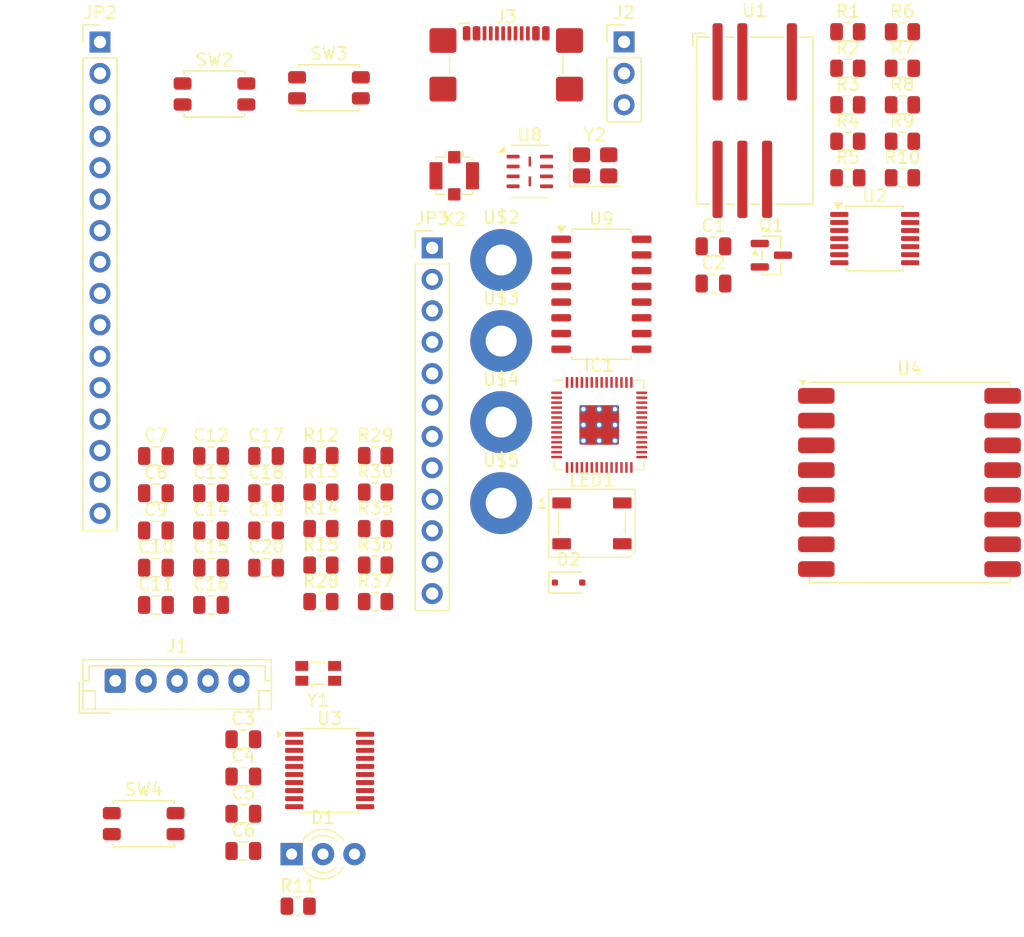
<source format=kicad_pcb>
(kicad_pcb (version 20241229) (generator "pcbnew") (generator_version "9.0")
  (layers (0 "F.Cu" signal) (2 "B.Cu" signal) (13 "F.Paste" user) (15 "B.Paste" user) (5 "F.SilkS" user "F.Silkscreen") (7 "B.SilkS" user "B.Silkscreen") (1 "F.Mask" user) (3 "B.Mask" user) (25 "Edge.Cuts" user))
  (net 0 "")
  (net 1 "GND")
  (net 2 "Net-(Q1-G)")
  (net 3 "Net-(J3-D+-PadA6)")
  (net 4 "+9V")
  (net 5 "Net-(J3-CC2)")
  (net 7 "1.2V")
  (net 8 "+3V3")
  (net 9 "/rp2040/A2")
  (net 10 "/rp2040/A3")
  (net 11 "/rp2040/RFM_IO5")
  (net 12 "/rp2040/QSPI_DATA[1]")
  (net 14 "/rp2040/SWDIO")
  (net 15 "/rp2040/MISO")
  (net 16 "/rp2040/SWCLK")
  (net 17 "/rp2040/D11")
  (net 18 "/rp2040/QSPI_SCK")
  (net 19 "/rp2040/A1")
  (net 20 "/rp2040/RFM_RST")
  (net 21 "/rp2040/SCL")
  (net 22 "/rp2040/D9")
  (net 23 "/rp2040/A0")
  (net 24 "Net-(IC1-XOUT)")
  (net 25 "/rp2040/D6")
  (net 26 "/rp2040/SDA")
  (net 27 "/rp2040/D4")
  (net 28 "VBUS")
  (net 29 "/rp2040/RFM_IO3")
  (net 30 "/rp2040/D25")
  (net 31 "/rp2040/QSPI_CS")
  (net 32 "/rp2040/MOSI")
  (net 33 "/rp2040/SCK")
  (net 34 "/rp2040/D5")
  (net 35 "/rp2040/D-")
  (net 36 "/rp2040/RFM_IO2")
  (net 37 "Net-(IC1-XIN)")
  (net 38 "/rp2040/QSPI_DATA[2]")
  (net 39 "/rp2040/~{RESET}")
  (net 40 "/rp2040/RFM_IO1")
  (net 41 "/rp2040/RFM_IO0")
  (net 42 "/rp2040/QSPI_DATA[3]")
  (net 43 "/rp2040/RX")
  (net 44 "/rp2040/D10")
  (net 45 "/rp2040/RFM_CS")
  (net 46 "/rp2040/D+")
  (net 47 "/rp2040/RFM_IO4")
  (net 48 "/rp2040/QSPI_DATA[0]")
  (net 49 "/rp2040/D24")
  (net 50 "/rp2040/TX")
  (net 51 "/rp2040/USBBOOT")
  (net 52 "Net-(J1-Pin_2)")
  (net 53 "STM32_SUPPLY")
  (net 54 "/pmu/NRST")
  (net 55 "Net-(J1-Pin_3)")
  (net 56 "Net-(Q1-D)")
  (net 58 "Net-(J3-D--PadA7)")
  (net 62 "+3.3V")
  (net 64 "Net-(C10-Pad2)")
  (net 68 "/rp2040/EN")
  (net 69 "Net-(J3-CC1)")
  (net 70 "Net-(U4-ANT)")
  (net 72 "Net-(U3-PC14-OSC32_IN)")
  (net 73 "Net-(U3-PC15-OSC32_OUT)")
  (net 74 "/rp2040/D12")
  (net 77 "/3.3_SUPPLY_ON")
  (net 78 "GNDPWR")
  (net 79 "Net-(U2A-+)")
  (net 80 "Net-(U2A--)")
  (net 81 "Net-(R7-Pad2)")
  (net 82 "/RP2040_ADC_1")
  (net 83 "Net-(U2B-+)")
  (net 84 "Net-(U3-PB9-BOOT0)")
  (net 85 "Net-(D2-PadA)")
  (net 86 "/rp2040/cs")
  (net 87 "/rp2040/sck")
  (net 88 "/rp2040/d3")
  (net 89 "/rp2040/d0")
  (net 90 "/rp2040/d2")
  (net 91 "/rp2040/d1")
  (net 92 "Net-(D1-A1)")
  (net 93 "Net-(D1-A2)")
  (net 95 "/RP2040_ADC_2")
  (net 102 "/pmu/UART_TX")
  (net 107 "/pmu/3.3V_SUPPLY_ON")
  (net 109 "/pmu/UART_RX")
  (net 112 "/rp2040/cs2")
  (footprint "Capacitor_SMD:C_0805_2012Metric" (layer "F.Cu") (at 36.0975 65.62)
    (property "Reference" "C8" (at 0 -1.68 0) (layer "F.SilkS"))
    (property "Value" "1uF")
    (pad "1" smd roundrect (at -0.95 0) (size 1 1.45) (layers "F.Cu" "F.Mask" "F.Paste") (net 7 "1.2V"))
    (pad "2" smd roundrect (at 0.95 0) (size 1 1.45) (layers "F.Cu" "F.Mask" "F.Paste") (net 1 "GND"))
  )
  (footprint "Resistor_SMD:R_0805_2012Metric" (layer "F.Cu") (at 96.4075 34.22)
    (property "Reference" "R8" (at 0 -1.65 0) (layer "F.SilkS"))
    (property "Value" "1k")
    (pad "1" smd roundrect (at -0.9125 0) (size 1.025 1.4) (layers "F.Cu" "F.Mask" "F.Paste") (roundrect_rratio 0.243902) (net 82 "/RP2040_ADC_1"))
    (pad "2" smd roundrect (at 0.9125 0) (size 1.025 1.4) (layers "F.Cu" "F.Mask" "F.Paste") (roundrect_rratio 0.243902) (net 81 "Net-(R7-Pad2)"))
  )
  (footprint "Connector_Coaxial:U.FL_Molex_MCRF_73412-0110_Vertical" (layer "F.Cu") (at 60.1975 39.96)
    (property "Reference" "X2" (at 0 3.5 0) (layer "F.SilkS"))
    (property "Value" "uFL")
    (pad "1" smd roundrect (at 0 1.5 180) (size 1 1) (layers "F.Cu" "F.Mask" "F.Paste") (roundrect_rratio 0.1) (net 1 "GND"))
    (pad "2" smd roundrect (at -1.475 0 180) (size 1.05 2.2) (layers "F.Cu" "F.Mask" "F.Paste") (roundrect_rratio 0.1) (net 1 "GND"))
    (pad "2" smd roundrect (at 0 -1.5 180) (size 1 1) (layers "F.Cu" "F.Mask" "F.Paste") (roundrect_rratio 0.1) (net 1 "GND"))
    (pad "2" smd roundrect (at 1.475 0 180) (size 1.05 2.2) (layers "F.Cu" "F.Mask" "F.Paste") (roundrect_rratio 0.1) (net 1 "GND"))
  )
  (footprint "LED_SMD:LED_WS2812B_PLCC4_5.0x5.0mm_P3.2mm" (layer "F.Cu") (at 71.3225 68.055)
    (property "Reference" "LED1" (at 0 -3.5 0) (layer "F.SilkS"))
    (property "Value" "WS2812B_SK6805_1515")
    (fp_text user "1" (at -4 -1.6 0) (layer "F.SilkS") (effects (font (size 0.8 0.8))))
    (pad "1" smd roundrect (at -2.45 -1.65) (size 1.5 0.9) (layers "F.Cu" "F.Mask" "F.Paste") (roundrect_rratio 0.1) (net 27 "/rp2040/D4"))
    (pad "2" smd roundrect (at -2.45 1.65) (size 1.5 0.9) (layers "F.Cu" "F.Mask" "F.Paste") (roundrect_rratio 0.1) (net 8 "+3V3"))
    (pad "3" smd roundrect (at 2.45 1.65) (size 1.5 0.9) (layers "F.Cu" "F.Mask" "F.Paste") (roundrect_rratio 0.1))
    (pad "4" smd roundrect (at 2.45 -1.65) (size 1.5 0.9) (layers "F.Cu" "F.Mask" "F.Paste") (roundrect_rratio 0.1) (net 1 "GND"))
  )
  (footprint "Capacitor_SMD:C_0805_2012Metric" (layer "F.Cu") (at 40.5475 71.64)
    (property "Reference" "C15" (at 0 -1.68 0) (layer "F.SilkS"))
    (property "Value" "0.1uF")
    (pad "1" smd roundrect (at -0.95 0) (size 1 1.45) (layers "F.Cu" "F.Mask" "F.Paste") (net 8 "+3V3"))
    (pad "2" smd roundrect (at 0.95 0) (size 1 1.45) (layers "F.Cu" "F.Mask" "F.Paste") (net 1 "GND"))
  )
  (footprint "Capacitor_SMD:C_0805_2012Metric" (layer "F.Cu") (at 44.9975 65.62)
    (property "Reference" "C18" (at 0 -1.68 0) (layer "F.SilkS"))
    (property "Value" "0.1uF")
    (pad "1" smd roundrect (at -0.95 0) (size 1 1.45) (layers "F.Cu" "F.Mask" "F.Paste") (net 8 "+3V3"))
    (pad "2" smd roundrect (at 0.95 0) (size 1 1.45) (layers "F.Cu" "F.Mask" "F.Paste") (net 1 "GND"))
  )
  (footprint "MountingHole:MountingHole_2.5mm_Pad" (layer "F.Cu") (at 63.9875 53.32)
    (property "Reference" "U$3" (at 0 -3.45 0) (layer "F.SilkS"))
    (property "Value" "MOUNTINGHOLE2.5")
    (pad "1" thru_hole circle (at 0 0) (size 5 5) (drill 2.5) (layers "*.Cu" "*.Mask"))
  )
  (footprint "Package_SO:TSSOP-20_4.4x6.5mm_P0.65mm" (layer "F.Cu") (at 50.1325 88.03)
    (property "Reference" "U3" (at 0 -4.2 0) (layer "F.SilkS"))
    (property "Value" "STM32L010F4P6")
    (pad "1" smd roundrect (at -2.8625 -2.925) (size 1.475 0.4) (layers "F.Cu" "F.Mask" "F.Paste") (net 84 "Net-(U3-PB9-BOOT0)"))
    (pad "2" smd roundrect (at -2.8625 -2.275) (size 1.475 0.4) (layers "F.Cu" "F.Mask" "F.Paste") (net 72 "Net-(U3-PC14-OSC32_IN)"))
    (pad "3" smd roundrect (at -2.8625 -1.625) (size 1.475 0.4) (layers "F.Cu" "F.Mask" "F.Paste") (net 73 "Net-(U3-PC15-OSC32_OUT)"))
    (pad "4" smd roundrect (at -2.8625 -0.975) (size 1.475 0.4) (layers "F.Cu" "F.Mask" "F.Paste") (net 54 "/pmu/NRST"))
    (pad "5" smd roundrect (at -2.8625 -0.325) (size 1.475 0.4) (layers "F.Cu" "F.Mask" "F.Paste") (net 53 "STM32_SUPPLY"))
    (pad "6" smd roundrect (at -2.8625 0.325) (size 1.475 0.4) (layers "F.Cu" "F.Mask" "F.Paste"))
    (pad "7" smd roundrect (at -2.8625 0.975) (size 1.475 0.4) (layers "F.Cu" "F.Mask" "F.Paste") (net 107 "/pmu/3.3V_SUPPLY_ON"))
    (pad "8" smd roundrect (at -2.8625 1.625) (size 1.475 0.4) (layers "F.Cu" "F.Mask" "F.Paste") (net 102 "/pmu/UART_TX"))
    (pad "9" smd roundrect (at -2.8625 2.275) (size 1.475 0.4) (layers "F.Cu" "F.Mask" "F.Paste") (net 109 "/pmu/UART_RX"))
    (pad "10" smd roundrect (at -2.8625 2.925) (size 1.475 0.4) (layers "F.Cu" "F.Mask" "F.Paste") (net 92 "Net-(D1-A1)"))
    (pad "11" smd roundrect (at 2.8625 2.925) (size 1.475 0.4) (layers "F.Cu" "F.Mask" "F.Paste") (net 93 "Net-(D1-A2)"))
    (pad "12" smd roundrect (at 2.8625 2.275) (size 1.475 0.4) (layers "F.Cu" "F.Mask" "F.Paste"))
    (pad "13" smd roundrect (at 2.8625 1.625) (size 1.475 0.4) (layers "F.Cu" "F.Mask" "F.Paste"))
    (pad "14" smd roundrect (at 2.8625 0.975) (size 1.475 0.4) (layers "F.Cu" "F.Mask" "F.Paste"))
    (pad "15" smd roundrect (at 2.8625 0.325) (size 1.475 0.4) (layers "F.Cu" "F.Mask" "F.Paste") (net 1 "GND"))
    (pad "16" smd roundrect (at 2.8625 -0.325) (size 1.475 0.4) (layers "F.Cu" "F.Mask" "F.Paste") (net 53 "STM32_SUPPLY"))
    (pad "17" smd roundrect (at 2.8625 -0.975) (size 1.475 0.4) (layers "F.Cu" "F.Mask" "F.Paste"))
    (pad "18" smd roundrect (at 2.8625 -1.625) (size 1.475 0.4) (layers "F.Cu" "F.Mask" "F.Paste"))
    (pad "19" smd roundrect (at 2.8625 -2.275) (size 1.475 0.4) (layers "F.Cu" "F.Mask" "F.Paste") (net 55 "Net-(J1-Pin_3)"))
    (pad "20" smd roundrect (at 2.8625 -2.925) (size 1.475 0.4) (layers "F.Cu" "F.Mask" "F.Paste") (net 52 "Net-(J1-Pin_2)"))
  )
  (footprint "Connector_PinHeader_2.54mm:PinHeader_1x12_P2.54mm_Vertical" (layer "F.Cu") (at 58.4175 45.79)
    (property "Reference" "JP3" (at 0 -2.38 0) (layer "F.SilkS"))
    (property "Value" "HEADER-1X12")
    (pad "1" thru_hole rect (at 0 0) (size 1.7 1.7) (drill 1) (layers "*.Cu" "*.Mask"))
    (pad "2" thru_hole circle (at 0 2.54) (size 1.7 1.7) (drill 1) (layers "*.Cu" "*.Mask") (net 68 "/rp2040/EN"))
    (pad "3" thru_hole circle (at 0 5.08) (size 1.7 1.7) (drill 1) (layers "*.Cu" "*.Mask"))
    (pad "4" thru_hole circle (at 0 7.62) (size 1.7 1.7) (drill 1) (layers "*.Cu" "*.Mask"))
    (pad "5" thru_hole circle (at 0 10.16) (size 1.7 1.7) (drill 1) (layers "*.Cu" "*.Mask") (net 74 "/rp2040/D12"))
    (pad "6" thru_hole circle (at 0 12.7) (size 1.7 1.7) (drill 1) (layers "*.Cu" "*.Mask") (net 17 "/rp2040/D11"))
    (pad "7" thru_hole circle (at 0 15.24) (size 1.7 1.7) (drill 1) (layers "*.Cu" "*.Mask") (net 44 "/rp2040/D10"))
    (pad "8" thru_hole circle (at 0 17.78) (size 1.7 1.7) (drill 1) (layers "*.Cu" "*.Mask") (net 22 "/rp2040/D9"))
    (pad "9" thru_hole circle (at 0 20.32) (size 1.7 1.7) (drill 1) (layers "*.Cu" "*.Mask") (net 25 "/rp2040/D6"))
    (pad "10" thru_hole circle (at 0 22.86) (size 1.7 1.7) (drill 1) (layers "*.Cu" "*.Mask") (net 34 "/rp2040/D5"))
    (pad "11" thru_hole circle (at 0 25.4) (size 1.7 1.7) (drill 1) (layers "*.Cu" "*.Mask") (net 21 "/rp2040/SCL"))
    (pad "12" thru_hole circle (at 0 27.94) (size 1.7 1.7) (drill 1) (layers "*.Cu" "*.Mask") (net 26 "/rp2040/SDA"))
  )
  (footprint "RF_Module:HOPERF_RFM9XW_SMD" (layer "F.Cu") (at 96.975 64.75)
    (property "Reference" "U4" (at 0 -9.2 0) (layer "F.SilkS"))
    (property "Value" "RFM95W-915S2")
    (pad "1" smd roundrect (at -7.525 -7) (size 2.95 1.27) (layers "F.Cu" "F.Mask" "F.Paste") (net 1 "GND"))
    (pad "2" smd roundrect (at -7.525 -5) (size 2.95 1.27) (layers "F.Cu" "F.Mask" "F.Paste") (net 15 "/rp2040/MISO"))
    (pad "3" smd roundrect (at -7.525 -3) (size 2.95 1.27) (layers "F.Cu" "F.Mask" "F.Paste") (net 32 "/rp2040/MOSI"))
    (pad "4" smd roundrect (at -7.525 -1) (size 2.95 1.27) (layers "F.Cu" "F.Mask" "F.Paste") (net 33 "/rp2040/SCK"))
    (pad "5" smd roundrect (at -7.525 1) (size 2.95 1.27) (layers "F.Cu" "F.Mask" "F.Paste") (net 45 "/rp2040/RFM_CS"))
    (pad "6" smd roundrect (at -7.525 3) (size 2.95 1.27) (layers "F.Cu" "F.Mask" "F.Paste") (net 20 "/rp2040/RFM_RST"))
    (pad "7" smd roundrect (at -7.525 5) (size 2.95 1.27) (layers "F.Cu" "F.Mask" "F.Paste") (net 11 "/rp2040/RFM_IO5"))
    (pad "8" smd roundrect (at -7.525 7) (size 2.95 1.27) (layers "F.Cu" "F.Mask" "F.Paste") (net 1 "GND"))
    (pad "9" smd roundrect (at 7.525 7) (size 2.95 1.27) (layers "F.Cu" "F.Mask" "F.Paste") (net 70 "Net-(U4-ANT)"))
    (pad "10" smd roundrect (at 7.525 5) (size 2.95 1.27) (layers "F.Cu" "F.Mask" "F.Paste") (net 1 "GND"))
    (pad "11" smd roundrect (at 7.525 3) (size 2.95 1.27) (layers "F.Cu" "F.Mask" "F.Paste") (net 29 "/rp2040/RFM_IO3"))
    (pad "12" smd roundrect (at 7.525 1) (size 2.95 1.27) (layers "F.Cu" "F.Mask" "F.Paste") (net 47 "/rp2040/RFM_IO4"))
    (pad "13" smd roundrect (at 7.525 -1) (size 2.95 1.27) (layers "F.Cu" "F.Mask" "F.Paste") (net 8 "+3V3"))
    (pad "14" smd roundrect (at 7.525 -3) (size 2.95 1.27) (layers "F.Cu" "F.Mask" "F.Paste") (net 41 "/rp2040/RFM_IO0"))
    (pad "15" smd roundrect (at 7.525 -5) (size 2.95 1.27) (layers "F.Cu" "F.Mask" "F.Paste") (net 40 "/rp2040/RFM_IO1"))
    (pad "16" smd roundrect (at 7.525 -7) (size 2.95 1.27) (layers "F.Cu" "F.Mask" "F.Paste") (net 36 "/rp2040/RFM_IO2"))
  )
  (footprint "MountingHole:MountingHole_2.5mm_Pad" (layer "F.Cu") (at 63.9875 59.87)
    (property "Reference" "U$4" (at 0 -3.45 0) (layer "F.SilkS"))
    (property "Value" "MOUNTINGHOLE2.5")
    (pad "1" thru_hole circle (at 0 0) (size 5 5) (drill 2.5) (layers "*.Cu" "*.Mask"))
  )
  (footprint "RP2040:RP2040-QFN-56" (layer "F.Cu") (at 71.9075 60.1)
    (property "Reference" "IC1" (at 0 -4.82 0) (layer "F.SilkS"))
    (property "Value" "RP2040_QFN56")
    (pad "1" smd roundrect (at -3.4375 -2.6) (size 0.875 0.2) (layers "F.Cu" "F.Mask" "F.Paste") (net 8 "+3V3"))
    (pad "2" smd roundrect (at -3.4375 -2.2) (size 0.875 0.2) (layers "F.Cu" "F.Mask" "F.Paste") (net 50 "/rp2040/TX"))
    (pad "3" smd roundrect (at -3.4375 -1.8) (size 0.875 0.2) (layers "F.Cu" "F.Mask" "F.Paste") (net 43 "/rp2040/RX"))
    (pad "4" smd roundrect (at -3.4375 -1.4) (size 0.875 0.2) (layers "F.Cu" "F.Mask" "F.Paste") (net 26 "/rp2040/SDA"))
    (pad "5" smd roundrect (at -3.4375 -1) (size 0.875 0.2) (layers "F.Cu" "F.Mask" "F.Paste") (net 21 "/rp2040/SCL"))
    (pad "6" smd roundrect (at -3.4375 -0.6) (size 0.875 0.2) (layers "F.Cu" "F.Mask" "F.Paste") (net 27 "/rp2040/D4"))
    (pad "7" smd roundrect (at -3.4375 -0.2) (size 0.875 0.2) (layers "F.Cu" "F.Mask" "F.Paste") (net 34 "/rp2040/D5"))
    (pad "8" smd roundrect (at -3.4375 0.2) (size 0.875 0.2) (layers "F.Cu" "F.Mask" "F.Paste") (net 25 "/rp2040/D6"))
    (pad "9" smd roundrect (at -3.4375 0.6) (size 0.875 0.2) (layers "F.Cu" "F.Mask" "F.Paste") (net 51 "/rp2040/USBBOOT"))
    (pad "10" smd roundrect (at -3.4375 1) (size 0.875 0.2) (layers "F.Cu" "F.Mask" "F.Paste") (net 8 "+3V3"))
    (pad "11" smd roundrect (at -3.4375 1.4) (size 0.875 0.2) (layers "F.Cu" "F.Mask" "F.Paste") (net 15 "/rp2040/MISO"))
    (pad "12" smd roundrect (at -3.4375 1.8) (size 0.875 0.2) (layers "F.Cu" "F.Mask" "F.Paste") (net 22 "/rp2040/D9"))
    (pad "13" smd roundrect (at -3.4375 2.2) (size 0.875 0.2) (layers "F.Cu" "F.Mask" "F.Paste") (net 44 "/rp2040/D10"))
    (pad "14" smd roundrect (at -3.4375 2.6) (size 0.875 0.2) (layers "F.Cu" "F.Mask" "F.Paste") (net 17 "/rp2040/D11"))
    (pad "15" smd roundrect (at -2.6 3.4375) (size 0.2 0.875) (layers "F.Cu" "F.Mask" "F.Paste"))
    (pad "16" smd roundrect (at -2.2 3.4375) (size 0.2 0.875) (layers "F.Cu" "F.Mask" "F.Paste") (net 28 "VBUS"))
    (pad "17" smd roundrect (at -1.8 3.4375) (size 0.2 0.875) (layers "F.Cu" "F.Mask" "F.Paste") (net 33 "/rp2040/SCK"))
    (pad "18" smd roundrect (at -1.4 3.4375) (size 0.2 0.875) (layers "F.Cu" "F.Mask" "F.Paste") (net 32 "/rp2040/MOSI"))
    (pad "19" smd roundrect (at -1 3.4375) (size 0.2 0.875) (layers "F.Cu" "F.Mask" "F.Paste") (net 1 "GND"))
    (pad "20" smd roundrect (at -0.6 3.4375) (size 0.2 0.875) (layers "F.Cu" "F.Mask" "F.Paste") (net 37 "Net-(IC1-XIN)"))
    (pad "21" smd roundrect (at -0.2 3.4375) (size 0.2 0.875) (layers "F.Cu" "F.Mask" "F.Paste") (net 24 "Net-(IC1-XOUT)"))
    (pad "22" smd roundrect (at 0.2 3.4375) (size 0.2 0.875) (layers "F.Cu" "F.Mask" "F.Paste") (net 8 "+3V3"))
    (pad "23" smd roundrect (at 0.6 3.4375) (size 0.2 0.875) (layers "F.Cu" "F.Mask" "F.Paste") (net 7 "1.2V"))
    (pad "24" smd roundrect (at 1 3.4375) (size 0.2 0.875) (layers "F.Cu" "F.Mask" "F.Paste") (net 16 "/rp2040/SWCLK"))
    (pad "25" smd roundrect (at 1.4 3.4375) (size 0.2 0.875) (layers "F.Cu" "F.Mask" "F.Paste") (net 14 "/rp2040/SWDIO"))
    (pad "26" smd roundrect (at 1.8 3.4375) (size 0.2 0.875) (layers "F.Cu" "F.Mask" "F.Paste") (net 39 "/rp2040/~{RESET}"))
    (pad "27" smd roundrect (at 2.2 3.4375) (size 0.2 0.875) (layers "F.Cu" "F.Mask" "F.Paste") (net 45 "/rp2040/RFM_CS"))
    (pad "28" smd roundrect (at 2.6 3.4375) (size 0.2 0.875) (layers "F.Cu" "F.Mask" "F.Paste") (net 20 "/rp2040/RFM_RST"))
    (pad "29" smd roundrect (at 3.4375 2.6) (size 0.875 0.2) (layers "F.Cu" "F.Mask" "F.Paste") (net 11 "/rp2040/RFM_IO5"))
    (pad "30" smd roundrect (at 3.4375 2.2) (size 0.875 0.2) (layers "F.Cu" "F.Mask" "F.Paste") (net 29 "/rp2040/RFM_IO3"))
    (pad "31" smd roundrect (at 3.4375 1.8) (size 0.875 0.2) (layers "F.Cu" "F.Mask" "F.Paste") (net 47 "/rp2040/RFM_IO4"))
    (pad "32" smd roundrect (at 3.4375 1.4) (size 0.875 0.2) (layers "F.Cu" "F.Mask" "F.Paste") (net 41 "/rp2040/RFM_IO0"))
    (pad "33" smd roundrect (at 3.4375 1) (size 0.875 0.2) (layers "F.Cu" "F.Mask" "F.Paste") (net 8 "+3V3"))
    (pad "34" smd roundrect (at 3.4375 0.6) (size 0.875 0.2) (layers "F.Cu" "F.Mask" "F.Paste") (net 40 "/rp2040/RFM_IO1"))
    (pad "35" smd roundrect (at 3.4375 0.2) (size 0.875 0.2) (layers "F.Cu" "F.Mask" "F.Paste") (net 36 "/rp2040/RFM_IO2"))
    (pad "36" smd roundrect (at 3.4375 -0.2) (size 0.875 0.2) (layers "F.Cu" "F.Mask" "F.Paste") (net 49 "/rp2040/D24"))
    (pad "37" smd roundrect (at 3.4375 -0.6) (size 0.875 0.2) (layers "F.Cu" "F.Mask" "F.Paste") (net 30 "/rp2040/D25"))
    (pad "38" smd roundrect (at 3.4375 -1) (size 0.875 0.2) (layers "F.Cu" "F.Mask" "F.Paste") (net 23 "/rp2040/A0"))
    (pad "39" smd roundrect (at 3.4375 -1.4) (size 0.875 0.2) (layers "F.Cu" "F.Mask" "F.Paste") (net 19 "/rp2040/A1"))
    (pad "40" smd roundrect (at 3.4375 -1.8) (size 0.875 0.2) (layers "F.Cu" "F.Mask" "F.Paste") (net 9 "/rp2040/A2"))
    (pad "41" smd roundrect (at 3.4375 -2.2) (size 0.875 0.2) (layers "F.Cu" "F.Mask" "F.Paste") (net 10 "/rp2040/A3"))
    (pad "42" smd roundrect (at 3.4375 -2.6) (size 0.875 0.2) (layers "F.Cu" "F.Mask" "F.Paste") (net 8 "+3V3"))
    (pad "43" smd roundrect (at 2.6 -3.4375) (size 0.2 0.875) (layers "F.Cu" "F.Mask" "F.Paste") (net 8 "+3V3"))
    (pad "44" smd roundrect (at 2.2 -3.4375) (size 0.2 0.875) (layers "F.Cu" "F.Mask" "F.Paste") (net 8 "+3V3"))
    (pad "45" smd roundrect (at 1.8 -3.4375) (size 0.2 0.875) (layers "F.Cu" "F.Mask" "F.Paste") (net 7 "1.2V"))
    (pad "46" smd roundrect (at 1.4 -3.4375) (size 0.2 0.875) (layers "F.Cu" "F.Mask" "F.Paste") (net 35 "/rp2040/D-"))
    (pad "47" smd roundrect (at 1 -3.4375) (size 0.2 0.875) (layers "F.Cu" "F.Mask" "F.Paste") (net 46 "/rp2040/D+"))
    (pad "48" smd roundrect (at 0.6 -3.4375) (size 0.2 0.875) (layers "F.Cu" "F.Mask" "F.Paste") (net 8 "+3V3"))
    (pad "49" smd roundrect (at 0.2 -3.4375) (size 0.2 0.875) (layers "F.Cu" "F.Mask" "F.Paste") (net 8 "+3V3"))
    (pad "50" smd roundrect (at -0.2 -3.4375) (size 0.2 0.875) (layers "F.Cu" "F.Mask" "F.Paste") (net 7 "1.2V"))
    (pad "51" smd roundrect (at -0.6 -3.4375) (size 0.2 0.875) (layers "F.Cu" "F.Mask" "F.Paste") (net 42 "/rp2040/QSPI_DATA[3]"))
    (pad "52" smd roundrect (at -1 -3.4375) (size 0.2 0.875) (layers "F.Cu" "F.Mask" "F.Paste") (net 18 "/rp2040/QSPI_SCK"))
    (pad "53" smd roundrect (at -1.4 -3.4375) (size 0.2 0.875) (layers "F.Cu" "F.Mask" "F.Paste") (net 48 "/rp2040/QSPI_DATA[0]"))
    (pad "54" smd roundrect (at -1.8 -3.4375) (size 0.2 0.875) (layers "F.Cu" "F.Mask" "F.Paste") (net 38 "/rp2040/QSPI_DATA[2]"))
    (pad "55" smd roundrect (at -2.2 -3.4375) (size 0.2 0.875) (layers "F.Cu" "F.Mask" "F.Paste") (net 12 "/rp2040/QSPI_DATA[1]"))
    (pad "56" smd roundrect (at -2.6 -3.4375) (size 0.2 0.875) (layers "F.Cu" "F.Mask" "F.Paste") (net 31 "/rp2040/QSPI_CS"))
    (pad "57" thru_hole circle (at -1.275 -1.275) (size 0.6 0.6) (drill 0.35) (layers "*.Cu") (net 1 "GND"))
    (pad "57" thru_hole circle (at -1.275 0) (size 0.6 0.6) (drill 0.35) (layers "*.Cu") (net 1 "GND"))
    (pad "57" thru_hole circle (at -1.275 1.275) (size 0.6 0.6) (drill 0.35) (layers "*.Cu") (net 1 "GND"))
    (pad "57" thru_hole circle (at 0 -1.275) (size 0.6 0.6) (drill 0.35) (layers "*.Cu") (net 1 "GND"))
    (pad "57" thru_hole circle (at 0 0) (size 0.6 0.6) (drill 0.35) (layers "*.Cu") (net 1 "GND"))
    (pad "57" smd roundrect (at 0 0) (size 3.2 3.2) (layers "F.Cu" "F.Mask") (roundrect_rratio 0.045) (net 1 "GND"))
    (pad "57" thru_hole circle (at 0 1.275) (size 0.6 0.6) (drill 0.35) (layers "*.Cu") (net 1 "GND"))
    (pad "57" thru_hole circle (at 1.275 -1.275) (size 0.6 0.6) (drill 0.35) (layers "*.Cu") (net 1 "GND"))
    (pad "57" thru_hole circle (at 1.275 0) (size 0.6 0.6) (drill 0.35) (layers "*.Cu") (net 1 "GND"))
    (pad "57" thru_hole circle (at 1.275 1.275) (size 0.6 0.6) (drill 0.35) (layers "*.Cu") (net 1 "GND"))
  )
  (footprint "Capacitor_SMD:C_0805_2012Metric" (layer "F.Cu") (at 43.1575 91.53)
    (property "Reference" "C5" (at 0 -1.68 0) (layer "F.SilkS"))
    (property "Value" "100nF")
    (pad "1" smd roundrect (at -0.95 0) (size 1 1.45) (layers "F.Cu" "F.Mask" "F.Paste") (net 62 "+3.3V"))
    (pad "2" smd roundrect (at 0.95 0) (size 1 1.45) (layers "F.Cu" "F.Mask" "F.Paste") (net 1 "GND"))
  )
  (footprint "Capacitor_SMD:C_0805_2012Metric" (layer "F.Cu") (at 81.1375 45.66)
    (property "Reference" "C1" (at 0 -1.68 0) (layer "F.SilkS"))
    (property "Value" "10uF")
    (pad "1" smd roundrect (at -0.95 0) (size 1 1.45) (layers "F.Cu" "F.Mask" "F.Paste") (net 62 "+3.3V"))
    (pad "2" smd roundrect (at 0.95 0) (size 1 1.45) (layers "F.Cu" "F.Mask" "F.Paste") (net 1 "GND"))
  )
  (footprint "Package_SO:TSSOP-14_4.4x5mm_P0.65mm" (layer "F.Cu") (at 94.1675 45.035)
    (property "Reference" "U2" (at 0 -3.45 0) (layer "F.SilkS"))
    (property "Value" "Opamp_Quad")
    (pad "1" smd roundrect (at -2.8625 -1.95) (size 1.475 0.4) (layers "F.Cu" "F.Mask" "F.Paste") (net 81 "Net-(R7-Pad2)"))
    (pad "2" smd roundrect (at -2.8625 -1.3) (size 1.475 0.4) (layers "F.Cu" "F.Mask" "F.Paste") (net 80 "Net-(U2A--)"))
    (pad "3" smd roundrect (at -2.8625 -0.65) (size 1.475 0.4) (layers "F.Cu" "F.Mask" "F.Paste") (net 79 "Net-(U2A-+)"))
    (pad "4" smd roundrect (at -2.8625 0) (size 1.475 0.4) (layers "F.Cu" "F.Mask" "F.Paste") (net 62 "+3.3V"))
    (pad "5" smd roundrect (at -2.8625 0.65) (size 1.475 0.4) (layers "F.Cu" "F.Mask" "F.Paste") (net 83 "Net-(U2B-+)"))
    (pad "6" smd roundrect (at -2.8625 1.3) (size 1.475 0.4) (layers "F.Cu" "F.Mask" "F.Paste") (net 95 "/RP2040_ADC_2"))
    (pad "7" smd roundrect (at -2.8625 1.95) (size 1.475 0.4) (layers "F.Cu" "F.Mask" "F.Paste") (net 95 "/RP2040_ADC_2"))
    (pad "8" smd roundrect (at 2.8625 1.95) (size 1.475 0.4) (layers "F.Cu" "F.Mask" "F.Paste"))
    (pad "9" smd roundrect (at 2.8625 1.3) (size 1.475 0.4) (layers "F.Cu" "F.Mask" "F.Paste"))
    (pad "10" smd roundrect (at 2.8625 0.65) (size 1.475 0.4) (layers "F.Cu" "F.Mask" "F.Paste"))
    (pad "11" smd roundrect (at 2.8625 0) (size 1.475 0.4) (layers "F.Cu" "F.Mask" "F.Paste") (net 1 "GND"))
    (pad "12" smd roundrect (at 2.8625 -0.65) (size 1.475 0.4) (layers "F.Cu" "F.Mask" "F.Paste"))
    (pad "13" smd roundrect (at 2.8625 -1.3) (size 1.475 0.4) (layers "F.Cu" "F.Mask" "F.Paste"))
    (pad "14" smd roundrect (at 2.8625 -1.95) (size 1.475 0.4) (layers "F.Cu" "F.Mask" "F.Paste"))
  )
  (footprint "Crystal:Crystal_SMD_Abracon_ABM8G-4Pin_3.2x2.5mm" (layer "F.Cu") (at 71.5775 39.11)
    (property "Reference" "Y2" (at 0 -2.45 0) (layer "F.SilkS"))
    (property "Value" "12Mhz")
    (pad "1" smd roundrect (at -1.1 0.85) (size 1.4 1.2) (layers "F.Cu" "F.Mask" "F.Paste") (roundrect_rratio 0.208333) (net 64 "Net-(C10-Pad2)"))
    (pad "2" smd roundrect (at 1.1 0.85) (size 1.4 1.2) (layers "F.Cu" "F.Mask" "F.Paste") (roundrect_rratio 0.208333) (net 37 "Net-(IC1-XIN)"))
    (pad "3" smd roundrect (at 1.1 -0.85) (size 1.4 1.2) (layers "F.Cu" "F.Mask" "F.Paste") (roundrect_rratio 0.208333))
    (pad "4" smd roundrect (at -1.1 -0.85) (size 1.4 1.2) (layers "F.Cu" "F.Mask" "F.Paste") (roundrect_rratio 0.208333))
  )
  (footprint "LED_THT:LED_D3.0mm-3" (layer "F.Cu") (at 47.0575 94.79)
    (property "Reference" "D1" (at 2.54 -2.96 0) (layer "F.SilkS"))
    (property "Value" "LED_Dual_AKA")
    (pad "1" thru_hole rect (at 0 0) (size 1.8 1.8) (drill 0.9) (layers "*.Cu" "*.Mask") (net 92 "Net-(D1-A1)"))
    (pad "2" thru_hole circle (at 2.54 0) (size 1.8 1.8) (drill 0.9) (layers "*.Cu" "*.Mask") (net 1 "GND"))
    (pad "3" thru_hole circle (at 5.08 0) (size 1.8 1.8) (drill 0.9) (layers "*.Cu" "*.Mask") (net 93 "Net-(D1-A2)"))
  )
  (footprint "Button_Switch_SMD:SW_SPST_EVQP2_MiddlePushTravel_H2.5mm" (layer "F.Cu") (at 50.075 32.85)
    (property "Reference" "SW3" (at 0 -2.75 0) (layer "F.SilkS"))
    (property "Value" "SW_MEC_5E")
    (pad "1" smd roundrect (at -2.575 -0.85) (size 1.45 1) (layers "F.Cu" "F.Mask" "F.Paste") (net 39 "/rp2040/~{RESET}"))
    (pad "1" smd roundrect (at 2.575 -0.85) (size 1.45 1) (layers "F.Cu" "F.Mask" "F.Paste") (net 39 "/rp2040/~{RESET}"))
    (pad "2" smd roundrect (at -2.575 0.85) (size 1.45 1) (layers "F.Cu" "F.Mask" "F.Paste") (net 39 "/rp2040/~{RESET}"))
    (pad "2" smd roundrect (at 2.575 0.85) (size 1.45 1) (layers "F.Cu" "F.Mask" "F.Paste") (net 39 "/rp2040/~{RESET}"))
  )
  (footprint "Capacitor_SMD:C_0805_2012Metric" (layer "F.Cu") (at 40.5475 74.65)
    (property "Reference" "C16" (at 0 -1.68 0) (layer "F.SilkS"))
    (property "Value" "1uF")
    (pad "1" smd roundrect (at -0.95 0) (size 1 1.45) (layers "F.Cu" "F.Mask" "F.Paste") (net 8 "+3V3"))
    (pad "2" smd roundrect (at 0.95 0) (size 1 1.45) (layers "F.Cu" "F.Mask" "F.Paste") (net 1 "GND"))
  )
  (footprint "Resistor_SMD:R_0805_2012Metric" (layer "F.Cu") (at 96.4075 40.12)
    (property "Reference" "R10" (at 0 -1.65 0) (layer "F.SilkS"))
    (property "Value" "8.2k")
    (pad "1" smd roundrect (at -0.9125 0) (size 1.025 1.4) (layers "F.Cu" "F.Mask" "F.Paste") (roundrect_rratio 0.243902) (net 1 "GND"))
    (pad "2" smd roundrect (at 0.9125 0) (size 1.025 1.4) (layers "F.Cu" "F.Mask" "F.Paste") (roundrect_rratio 0.243902) (net 83 "Net-(U2B-+)"))
  )
  (footprint "Capacitor_SMD:C_0805_2012Metric" (layer "F.Cu") (at 36.0975 68.63)
    (property "Reference" "C9" (at 0 -1.68 0) (layer "F.SilkS"))
    (property "Value" "22pF")
    (pad "1" smd roundrect (at -0.95 0) (size 1 1.45) (layers "F.Cu" "F.Mask" "F.Paste") (net 1 "GND"))
    (pad "2" smd roundrect (at 0.95 0) (size 1 1.45) (layers "F.Cu" "F.Mask" "F.Paste") (net 37 "Net-(IC1-XIN)"))
  )
  (footprint "Oscillator:Oscillator_SMD_SeikoEpson_SG3030CM" (layer "F.Cu") (at 49.2075 80.18)
    (property "Reference" "Y1" (at 0 2.17 0) (layer "F.SilkS"))
    (property "Value" "SG-3030CM")
    (pad "1" smd rect (at -1.325 0.6) (size 1.05 0.8) (layers "F.Cu" "F.Mask" "F.Paste") (net 72 "Net-(U3-PC14-OSC32_IN)"))
    (pad "2" smd rect (at 1.325 0.6) (size 1.05 0.8) (layers "F.Cu" "F.Mask" "F.Paste") (net 1 "GND"))
    (pad "3" smd rect (at 1.325 -0.6) (size 1.05 0.8) (layers "F.Cu" "F.Mask" "F.Paste") (net 73 "Net-(U3-PC15-OSC32_OUT)"))
    (pad "4" smd rect (at -1.325 -0.6) (size 1.05 0.8) (layers "F.Cu" "F.Mask" "F.Paste") (net 53 "STM32_SUPPLY"))
  )
  (footprint "MountingHole:MountingHole_2.5mm_Pad" (layer "F.Cu") (at 63.9875 46.77)
    (property "Reference" "U$2" (at 0 -3.45 0) (layer "F.SilkS"))
    (property "Value" "MOUNTINGHOLE2.5")
    (pad "1" thru_hole circle (at 0 0) (size 5 5) (drill 2.5) (layers "*.Cu" "*.Mask"))
  )
  (footprint "Resistor_SMD:R_0805_2012Metric" (layer "F.Cu") (at 91.9975 28.32)
    (property "Reference" "R1" (at 0 -1.65 0) (layer "F.SilkS"))
    (property "Value" "100")
    (pad "1" smd roundrect (at -0.9125 0) (size 1.025 1.4) (layers "F.Cu" "F.Mask" "F.Paste") (roundrect_rratio 0.243902) (net 2 "Net-(Q1-G)"))
    (pad "2" smd roundrect (at 0.9125 0) (size 1.025 1.4) (layers "F.Cu" "F.Mask" "F.Paste") (roundrect_rratio 0.243902) (net 77 "/3.3_SUPPLY_ON"))
  )
  (footprint "Button_Switch_SMD:SW_SPST_EVQP2_MiddlePushTravel_H2.5mm" (layer "F.Cu") (at 35.1075 92.33)
    (property "Reference" "SW4" (at 0 -2.75 0) (layer "F.SilkS"))
    (property "Value" "SW_MEC_5E")
    (pad "1" smd roundrect (at -2.575 -0.85) (size 1.45 1) (layers "F.Cu" "F.Mask" "F.Paste") (net 54 "/pmu/NRST"))
    (pad "1" smd roundrect (at 2.575 -0.85) (size 1.45 1) (layers "F.Cu" "F.Mask" "F.Paste") (net 54 "/pmu/NRST"))
    (pad "2" smd roundrect (at -2.575 0.85) (size 1.45 1) (layers "F.Cu" "F.Mask" "F.Paste") (net 54 "/pmu/NRST"))
    (pad "2" smd roundrect (at 2.575 0.85) (size 1.45 1) (layers "F.Cu" "F.Mask" "F.Paste") (net 54 "/pmu/NRST"))
  )
  (footprint "Connector_USB:USB_C_Receptacle_GCT_USB4110" (layer "F.Cu") (at 64.3975 32.13)
    (property "Reference" "J3" (at 0 -5.015 0) (layer "F.SilkS"))
    (property "Value" "USB_C_Receptacle_USB2.0_16P")
    (pad "" np_thru_hole circle (at -2.89 -2.605) (size 0.65 0.65) (drill 0.65) (layers "*.Cu" "*.Mask"))
    (pad "" np_thru_hole circle (at 2.89 -2.605) (size 0.65 0.65) (drill 0.65) (layers "*.Cu" "*.Mask"))
    (pad "A1" smd roundrect (at -3.2 -3.68) (size 0.6 1.15) (layers "F.Cu" "F.Mask" "F.Paste") (net 1 "GND"))
    (pad "A4" smd roundrect (at -2.4 -3.68) (size 0.6 1.15) (layers "F.Cu" "F.Mask" "F.Paste") (net 28 "VBUS"))
    (pad "A5" smd roundrect (at -1.25 -3.68) (size 0.3 1.15) (layers "F.Cu" "F.Mask" "F.Paste") (net 69 "Net-(J3-CC1)"))
    (pad "A6" smd roundrect (at -0.25 -3.68) (size 0.3 1.15) (layers "F.Cu" "F.Mask" "F.Paste") (net 3 "Net-(J3-D+-PadA6)"))
    (pad "A7" smd roundrect (at 0.25 -3.68) (size 0.3 1.15) (layers "F.Cu" "F.Mask" "F.Paste") (net 58 "Net-(J3-D--PadA7)"))
    (pad "A8" smd roundrect (at 1.25 -3.68) (size 0.3 1.15) (layers "F.Cu" "F.Mask" "F.Paste"))
    (pad "A9" smd roundrect (at 2.4 -3.68) (size 0.6 1.15) (layers "F.Cu" "F.Mask" "F.Paste") (net 28 "VBUS"))
    (pad "A12" smd roundrect (at 3.2 -3.68) (size 0.6 1.15) (layers "F.Cu" "F.Mask" "F.Paste") (net 1 "GND"))
    (pad "B1" smd roundrect (at 3.2 -3.68) (size 0.6 1.15) (layers "F.Cu" "F.Mask" "F.Paste") (net 1 "GND"))
    (pad "B4" smd roundrect (at 2.4 -3.68) (size 0.6 1.15) (layers "F.Cu" "F.Mask" "F.Paste") (net 28 "VBUS"))
    (pad "B5" smd roundrect (at 1.75 -3.68) (size 0.3 1.15) (layers "F.Cu" "F.Mask" "F.Paste") (net 5 "Net-(J3-CC2)"))
    (pad "B6" smd roundrect (at 0.75 -3.68) (size 0.3 1.15) (layers "F.Cu" "F.Mask" "F.Paste"))
    (pad "B7" smd roundrect (at -0.75 -3.68) (size 0.3 1.15) (layers "F.Cu" "F.Mask" "F.Paste"))
    (pad "B8" smd roundrect (at -1.75 -3.68) (size 0.3 1.15) (layers "F.Cu" "F.Mask" "F.Paste"))
    (pad "B9" smd roundrect (at -2.4 -3.68) (size 0.6 1.15) (layers "F.Cu" "F.Mask" "F.Paste") (net 28 "VBUS"))
    (pad "B12" smd roundrect (at -3.2 -3.68) (size 0.6 1.15) (layers "F.Cu" "F.Mask" "F.Paste") (net 1 "GND"))
    (pad "S1" smd roundrect (at -5.11 -3.105) (size 2.18 2) (layers "F.Cu" "F.Mask" "F.Paste") (roundrect_rratio 0.125))
    (pad "S1" smd roundrect (at -5.11 0.825) (size 2.18 2) (layers "F.Cu" "F.Mask" "F.Paste") (roundrect_rratio 0.125))
    (pad "S1" smd roundrect (at 5.11 -3.105) (size 2.18 2) (layers "F.Cu" "F.Mask" "F.Paste") (roundrect_rratio 0.125))
    (pad "S1" smd roundrect (at 5.11 0.825) (size 2.18 2) (layers "F.Cu" "F.Mask" "F.Paste") (roundrect_rratio 0.125))
  )
  (footprint "Resistor_SMD:R_0805_2012Metric" (layer "F.Cu") (at 96.4075 31.27)
    (property "Reference" "R7" (at 0 -1.65 0) (layer "F.SilkS"))
    (property "Value" "10k")
    (pad "1" smd roundrect (at -0.9125 0) (size 1.025 1.4) (layers "F.Cu" "F.Mask" "F.Paste") (roundrect_rratio 0.243902) (net 80 "Net-(U2A--)"))
    (pad "2" smd roundrect (at 0.9125 0) (size 1.025 1.4) (layers "F.Cu" "F.Mask" "F.Paste") (roundrect_rratio 0.243902) (net 81 "Net-(R7-Pad2)"))
  )
  (footprint "Capacitor_SMD:C_0805_2012Metric" (layer "F.Cu") (at 44.9975 62.61)
    (property "Reference" "C17" (at 0 -1.68 0) (layer "F.SilkS"))
    (property "Value" "0.1uF")
    (pad "1" smd roundrect (at -0.95 0) (size 1 1.45) (layers "F.Cu" "F.Mask" "F.Paste") (net 8 "+3V3"))
    (pad "2" smd roundrect (at 0.95 0) (size 1 1.45) (layers "F.Cu" "F.Mask" "F.Paste") (net 1 "GND"))
  )
  (footprint "Resistor_SMD:R_0805_2012Metric" (layer "F.Cu") (at 96.4075 37.17)
    (property "Reference" "R9" (at 0 -1.65 0) (layer "F.SilkS"))
    (property "Value" "20k")
    (pad "1" smd roundrect (at -0.9125 0) (size 1.025 1.4) (layers "F.Cu" "F.Mask" "F.Paste") (roundrect_rratio 0.243902) (net 83 "Net-(U2B-+)"))
    (pad "2" smd roundrect (at 0.9125 0) (size 1.025 1.4) (layers "F.Cu" "F.Mask" "F.Paste") (roundrect_rratio 0.243902) (net 4 "+9V"))
  )
  (footprint "Connector_PinHeader_2.54mm:PinHeader_1x16_P2.54mm_Vertical" (layer "F.Cu") (at 31.5775 29.15)
    (property "Reference" "JP2" (at 0 -2.38 0) (layer "F.SilkS"))
    (property "Value" "HEADER-1X16ROUND")
    (pad "1" thru_hole rect (at 0 0) (size 1.7 1.7) (drill 1) (layers "*.Cu" "*.Mask") (net 1 "GND"))
    (pad "2" thru_hole circle (at 0 2.54) (size 1.7 1.7) (drill 1) (layers "*.Cu" "*.Mask") (net 50 "/rp2040/TX"))
    (pad "3" thru_hole circle (at 0 5.08) (size 1.7 1.7) (drill 1) (layers "*.Cu" "*.Mask") (net 43 "/rp2040/RX"))
    (pad "4" thru_hole circle (at 0 7.62) (size 1.7 1.7) (drill 1) (layers "*.Cu" "*.Mask") (net 15 "/rp2040/MISO"))
    (pad "5" thru_hole circle (at 0 10.16) (size 1.7 1.7) (drill 1) (layers "*.Cu" "*.Mask") (net 32 "/rp2040/MOSI"))
    (pad "6" thru_hole circle (at 0 12.7) (size 1.7 1.7) (drill 1) (layers "*.Cu" "*.Mask") (net 33 "/rp2040/SCK"))
    (pad "7" thru_hole circle (at 0 15.24) (size 1.7 1.7) (drill 1) (layers "*.Cu" "*.Mask") (net 30 "/rp2040/D25"))
    (pad "8" thru_hole circle (at 0 17.78) (size 1.7 1.7) (drill 1) (layers "*.Cu" "*.Mask") (net 49 "/rp2040/D24"))
    (pad "9" thru_hole circle (at 0 20.32) (size 1.7 1.7) (drill 1) (layers "*.Cu" "*.Mask") (net 10 "/rp2040/A3"))
    (pad "10" thru_hole circle (at 0 22.86) (size 1.7 1.7) (drill 1) (layers "*.Cu" "*.Mask") (net 9 "/rp2040/A2"))
    (pad "11" thru_hole circle (at 0 25.4) (size 1.7 1.7) (drill 1) (layers "*.Cu" "*.Mask") (net 19 "/rp2040/A1"))
    (pad "12" thru_hole circle (at 0 27.94) (size 1.7 1.7) (drill 1) (layers "*.Cu" "*.Mask") (net 23 "/rp2040/A0"))
    (pad "13" thru_hole circle (at 0 30.48) (size 1.7 1.7) (drill 1) (layers "*.Cu" "*.Mask") (net 1 "GND"))
    (pad "14" thru_hole circle (at 0 33.02) (size 1.7 1.7) (drill 1) (layers "*.Cu" "*.Mask") (net 8 "+3V3"))
    (pad "15" thru_hole circle (at 0 35.56) (size 1.7 1.7) (drill 1) (layers "*.Cu" "*.Mask") (net 8 "+3V3"))
    (pad "16" thru_hole circle (at 0 38.1) (size 1.7 1.7) (drill 1) (layers "*.Cu" "*.Mask") (net 39 "/rp2040/~{RESET}"))
  )
  (footprint "Package_TO_SOT_SMD:SOT-23" (layer "F.Cu") (at 85.8175 46.38)
    (property "Reference" "Q1" (at 0 -2.4 0) (layer "F.SilkS"))
    (property "Value" "DMN3300U")
    (pad "1" smd roundrect (at -0.9375 -0.95) (size 1.475 0.6) (layers "F.Cu" "F.Mask" "F.Paste") (net 2 "Net-(Q1-G)"))
    (pad "2" smd roundrect (at -0.9375 0.95) (size 1.475 0.6) (layers "F.Cu" "F.Mask" "F.Paste") (net 4 "+9V"))
    (pad "3" smd roundrect (at 0.9375 0) (size 1.475 0.6) (layers "F.Cu" "F.Mask" "F.Paste") (net 56 "Net-(Q1-D)"))
  )
  (footprint "Resistor_SMD:R_0805_2012Metric" (layer "F.Cu") (at 53.8375 62.58)
    (property "Reference" "R29" (at 0 -1.65 0) (layer "F.SilkS"))
    (property "Value" "1K")
    (pad "1" smd roundrect (at -0.9125 0) (size 1.025 1.4) (layers "F.Cu" "F.Mask" "F.Paste") (roundrect_rratio 0.243902) (net 64 "Net-(C10-Pad2)"))
    (pad "2" smd roundrect (at 0.9125 0) (size 1.025 1.4) (layers "F.Cu" "F.Mask" "F.Paste") (roundrect_rratio 0.243902) (net 24 "Net-(IC1-XOUT)"))
  )
  (footprint "Resistor_SMD:R_0805_2012Metric" (layer "F.Cu") (at 91.9975 37.17)
    (property "Reference" "R4" (at 0 -1.65 0) (layer "F.SilkS"))
    (property "Value" "100")
    (pad "1" smd roundrect (at -0.9125 0) (size 1.025 1.4) (layers "F.Cu" "F.Mask" "F.Paste") (roundrect_rratio 0.243902) (net 79 "Net-(U2A-+)"))
    (pad "2" smd roundrect (at 0.9125 0) (size 1.025 1.4) (layers "F.Cu" "F.Mask" "F.Paste") (roundrect_rratio 0.243902) (net 1 "GND"))
  )
  (footprint "Resistor_SMD:R_0805_2012Metric" (layer "F.Cu") (at 49.4275 71.43)
    (property "Reference" "R15" (at 0 -1.65 0) (layer "F.SilkS"))
    (property "Value" "22 ohm")
    (pad "1" smd roundrect (at -0.9125 0) (size 1.025 1.4) (layers "F.Cu" "F.Mask" "F.Paste") (roundrect_rratio 0.243902) (net 58 "Net-(J3-D--PadA7)"))
    (pad "2" smd roundrect (at 0.9125 0) (size 1.025 1.4) (layers "F.Cu" "F.Mask" "F.Paste") (roundrect_rratio 0.243902) (net 46 "/rp2040/D+"))
  )
  (footprint "Resistor_SMD:R_0805_2012Metric" (layer "F.Cu") (at 49.4275 62.58)
    (property "Reference" "R12" (at 0 -1.65 0) (layer "F.SilkS"))
    (property "Value" "5.1K")
    (pad "1" smd roundrect (at -0.9125 0) (size 1.025 1.4) (layers "F.Cu" "F.Mask" "F.Paste") (roundrect_rratio 0.243902) (net 1 "GND"))
    (pad "2" smd roundrect (at 0.9125 0) (size 1.025 1.4) (layers "F.Cu" "F.Mask" "F.Paste") (roundrect_rratio 0.243902) (net 5 "Net-(J3-CC2)"))
  )
  (footprint "Capacitor_SMD:C_0805_2012Metric" (layer "F.Cu") (at 81.1375 48.67)
    (property "Reference" "C2" (at 0 -1.68 0) (layer "F.SilkS"))
    (property "Value" "10uF")
    (pad "1" smd roundrect (at -0.95 0) (size 1 1.45) (layers "F.Cu" "F.Mask" "F.Paste") (net 62 "+3.3V"))
    (pad "2" smd roundrect (at 0.95 0) (size 1 1.45) (layers "F.Cu" "F.Mask" "F.Paste") (net 1 "GND"))
  )
  (footprint "Converter_DCDC:Converter_DCDC_TRACO_TDN_5-xxxxWISM_SMD" (layer "F.Cu") (at 84.4725 35.5)
    (property "Reference" "U1" (at 0 -8.9 0) (layer "F.SilkS"))
    (property "Value" "TDN_5-0910WISM")
    (pad "1" smd roundrect (at -3 -4.75) (size 0.82 6.25) (layers "F.Cu" "F.Mask" "F.Paste") (net 56 "Net-(Q1-D)"))
    (pad "2" smd roundrect (at -1 -4.75) (size 0.82 6.25) (layers "F.Cu" "F.Mask" "F.Paste") (net 1 "GND"))
    (pad "4" smd roundrect (at 3 -4.75) (size 0.82 6.25) (layers "F.Cu" "F.Mask" "F.Paste"))
    (pad "5" smd roundrect (at -3 4.75) (size 0.82 6.25) (layers "F.Cu" "F.Mask" "F.Paste"))
    (pad "6" smd roundrect (at -1 4.75) (size 0.82 6.25) (layers "F.Cu" "F.Mask" "F.Paste"))
    (pad "7" smd roundrect (at 1 4.75) (size 0.82 6.25) (layers "F.Cu" "F.Mask" "F.Paste") (net 62 "+3.3V"))
  )
  (footprint "Capacitor_SMD:C_0805_2012Metric" (layer "F.Cu") (at 40.5475 62.61)
    (property "Reference" "C12" (at 0 -1.68 0) (layer "F.SilkS"))
    (property "Value" "0.1uF")
    (pad "1" smd roundrect (at -0.95 0) (size 1 1.45) (layers "F.Cu" "F.Mask" "F.Paste") (net 1 "GND"))
    (pad "2" smd roundrect (at 0.95 0) (size 1 1.45) (layers "F.Cu" "F.Mask" "F.Paste") (net 7 "1.2V"))
  )
  (footprint "Connector_PinHeader_2.54mm:PinHeader_1x03_P2.54mm_Vertical" (layer "F.Cu") (at 73.9175 29.14)
    (property "Reference" "J2" (at 0 -2.38 0) (layer "F.SilkS"))
    (property "Value" "Conn_01x03")
    (pad "1" thru_hole rect (at 0 0) (size 1.7 1.7) (drill 1) (layers "*.Cu" "*.Mask") (net 16 "/rp2040/SWCLK"))
    (pad "2" thru_hole circle (at 0 2.54) (size 1.7 1.7) (drill 1) (layers "*.Cu" "*.Mask") (net 14 "/rp2040/SWDIO"))
    (pad "3" thru_hole circle (at 0 5.08) (size 1.7 1.7) (drill 1) (layers "*.Cu" "*.Mask") (net 1 "GND"))
  )
  (footprint "Capacitor_SMD:C_0805_2012Metric" (layer "F.Cu") (at 36.0975 74.65)
    (property "Reference" "C11" (at 0 -1.68 0) (layer "F.SilkS"))
    (property "Value" "0.1uF")
    (pad "1" smd roundrect (at -0.95 0) (size 1 1.45) (layers "F.Cu" "F.Mask" "F.Paste") (net 1 "GND"))
    (pad "2" smd roundrect (at 0.95 0) (size 1 1.45) (layers "F.Cu" "F.Mask" "F.Paste") (net 7 "1.2V"))
  )
  (footprint "Button_Switch_SMD:SW_SPST_EVQP2_MiddlePushTravel_H2.5mm" (layer "F.Cu") (at 40.825 33.35)
    (property "Reference" "SW2" (at 0 -2.75 0) (layer "F.SilkS"))
    (property "Value" "SW_MEC_5E")
    (pad "1" smd roundrect (at -2.575 -0.85) (size 1.45 1) (layers "F.Cu" "F.Mask" "F.Paste") (net 51 "/rp2040/USBBOOT"))
    (pad "1" smd roundrect (at 2.575 -0.85) (size 1.45 1) (layers "F.Cu" "F.Mask" "F.Paste") (net 51 "/rp2040/USBBOOT"))
    (pad "2" smd roundrect (at -2.575 0.85) (size 1.45 1) (layers "F.Cu" "F.Mask" "F.Paste") (net 51 "/rp2040/USBBOOT"))
    (pad "2" smd roundrect (at 2.575 0.85) (size 1.45 1) (layers "F.Cu" "F.Mask" "F.Paste") (net 51 "/rp2040/USBBOOT"))
  )
  (footprint "Capacitor_SMD:C_0805_2012Metric" (layer "F.Cu") (at 40.5475 65.62)
    (property "Reference" "C13" (at 0 -1.68 0) (layer "F.SilkS"))
    (property "Value" "1uF")
    (pad "1" smd roundrect (at -0.95 0) (size 1 1.45) (layers "F.Cu" "F.Mask" "F.Paste") (net 8 "+3V3"))
    (pad "2" smd roundrect (at 0.95 0) (size 1 1.45) (layers "F.Cu" "F.Mask" "F.Paste") (net 1 "GND"))
  )
  (footprint "Resistor_SMD:R_0805_2012Metric" (layer "F.Cu") (at 91.9975 34.22)
    (property "Reference" "R3" (at 0 -1.65 0) (layer "F.SilkS"))
    (property "Value" "1k")
    (pad "1" smd roundrect (at -0.9125 0) (size 1.025 1.4) (layers "F.Cu" "F.Mask" "F.Paste") (roundrect_rratio 0.243902) (net 79 "Net-(U2A-+)"))
    (pad "2" smd roundrect (at 0.9125 0) (size 1.025 1.4) (layers "F.Cu" "F.Mask" "F.Paste") (roundrect_rratio 0.243902) (net 78 "GNDPWR"))
  )
  (footprint "Connector_JST:JST_EH_B5B-EH-A_1x05_P2.50mm_Vertical" (layer "F.Cu") (at 32.8075 80.78)
    (property "Reference" "J1" (at 5 -2.8 0) (layer "F.SilkS"))
    (property "Value" "Conn_01x05_Pin")
    (pad "1" thru_hole roundrect (at 0 0) (size 1.7 1.95) (drill 0.95) (layers "*.Cu" "*.Mask") (roundrect_rratio 0.147059) (net 53 "STM32_SUPPLY"))
    (pad "2" thru_hole oval (at 2.5 0) (size 1.7 1.95) (drill 0.95) (layers "*.Cu" "*.Mask") (net 52 "Net-(J1-Pin_2)"))
    (pad "3" thru_hole oval (at 5 0) (size 1.7 1.95) (drill 0.95) (layers "*.Cu" "*.Mask") (net 55 "Net-(J1-Pin_3)"))
    (pad "4" thru_hole oval (at 7.5 0) (size 1.7 1.95) (drill 0.95) (layers "*.Cu" "*.Mask") (net 54 "/pmu/NRST"))
    (pad "5" thru_hole oval (at 10 0) (size 1.7 1.95) (drill 0.95) (layers "*.Cu" "*.Mask") (net 1 "GND"))
  )
  (footprint "Capacitor_SMD:C_0805_2012Metric" (layer "F.Cu") (at 43.1575 94.54)
    (property "Reference" "C6" (at 0 -1.68 0) (layer "F.SilkS"))
    (property "Value" "100nF")
    (pad "1" smd roundrect (at -0.95 0) (size 1 1.45) (layers "F.Cu" "F.Mask" "F.Paste") (net 1 "GND"))
    (pad "2" smd roundrect (at 0.95 0) (size 1 1.45) (layers "F.Cu" "F.Mask" "F.Paste") (net 54 "/pmu/NRST"))
  )
  (footprint "MountingHole:MountingHole_2.5mm_Pad" (layer "F.Cu") (at 63.9875 66.42)
    (property "Reference" "U$5" (at 0 -3.45 0) (layer "F.SilkS"))
    (property "Value" "MOUNTINGHOLE2.5")
    (pad "1" thru_hole circle (at 0 0) (size 5 5) (drill 2.5) (layers "*.Cu" "*.Mask"))
  )
  (footprint "Capacitor_SMD:C_0805_2012Metric" (layer "F.Cu") (at 40.5475 68.63)
    (property "Reference" "C14" (at 0 -1.68 0) (layer "F.SilkS"))
    (property "Value" "1uF")
    (pad "1" smd roundrect (at -0.95 0) (size 1 1.45) (layers "F.Cu" "F.Mask" "F.Paste") (net 8 "+3V3"))
    (pad "2" smd roundrect (at 0.95 0) (size 1 1.45) (layers "F.Cu" "F.Mask" "F.Paste") (net 1 "GND"))
  )
  (footprint "Diode_SMD:D_SOD-323F" (layer "F.Cu") (at 69.4325 72.84)
    (property "Reference" "D2" (at 0 -1.85 0) (layer "F.SilkS"))
    (property "Value" "1N4148")
    (pad "1" smd roundrect (at -1.1 0) (size 0.5 0.5) (layers "F.Cu" "F.Mask" "F.Paste"))
    (pad "2" smd roundrect (at 1.1 0) (size 0.5 0.5) (layers "F.Cu" "F.Mask" "F.Paste"))
  )
  (footprint "Resistor_SMD:R_0805_2012Metric" (layer "F.Cu") (at 53.8375 74.38)
    (property "Reference" "R37" (at 0 -1.65 0) (layer "F.SilkS"))
    (property "Value" "10K")
    (pad "1" smd roundrect (at -0.9125 0) (size 1.025 1.4) (layers "F.Cu" "F.Mask" "F.Paste") (roundrect_rratio 0.243902) (net 86 "/rp2040/cs"))
    (pad "2" smd roundrect (at 0.9125 0) (size 1.025 1.4) (layers "F.Cu" "F.Mask" "F.Paste") (roundrect_rratio 0.243902) (net 8 "+3V3"))
  )
  (footprint "Resistor_SMD:R_0805_2012Metric" (layer "F.Cu") (at 49.4275 68.48)
    (property "Reference" "R14" (at 0 -1.65 0) (layer "F.SilkS"))
    (property "Value" "22 ohm")
    (pad "1" smd roundrect (at -0.9125 0) (size 1.025 1.4) (layers "F.Cu" "F.Mask" "F.Paste") (roundrect_rratio 0.243902) (net 3 "Net-(J3-D+-PadA6)"))
    (pad "2" smd roundrect (at 0.9125 0) (size 1.025 1.4) (layers "F.Cu" "F.Mask" "F.Paste") (roundrect_rratio 0.243902) (net 35 "/rp2040/D-"))
  )
  (footprint "Resistor_SMD:R_0805_2012Metric" (layer "F.Cu") (at 47.5875 99)
    (property "Reference" "R11" (at 0 -1.65 0) (layer "F.SilkS"))
    (property "Value" "10k")
    (pad "1" smd roundrect (at -0.9125 0) (size 1.025 1.4) (layers "F.Cu" "F.Mask" "F.Paste") (roundrect_rratio 0.243902) (net 84 "Net-(U3-PB9-BOOT0)"))
    (pad "2" smd roundrect (at 0.9125 0) (size 1.025 1.4) (layers "F.Cu" "F.Mask" "F.Paste") (roundrect_rratio 0.243902) (net 1 "GND"))
  )
  (footprint "Capacitor_SMD:C_0805_2012Metric" (layer "F.Cu") (at 43.1575 85.51)
    (property "Reference" "C3" (at 0 -1.68 0) (layer "F.SilkS"))
    (property "Value" "4.7uF")
    (pad "1" smd roundrect (at -0.95 0) (size 1 1.45) (layers "F.Cu" "F.Mask" "F.Paste") (net 62 "+3.3V"))
    (pad "2" smd roundrect (at 0.95 0) (size 1 1.45) (layers "F.Cu" "F.Mask" "F.Paste") (net 1 "GND"))
  )
  (footprint "Resistor_SMD:R_0805_2012Metric" (layer "F.Cu") (at 53.8375 68.48)
    (property "Reference" "R35" (at 0 -1.65 0) (layer "F.SilkS"))
    (property "Value" "10K")
    (pad "1" smd roundrect (at -0.9125 0) (size 1.025 1.4) (layers "F.Cu" "F.Mask" "F.Paste") (roundrect_rratio 0.243902) (net 20 "/rp2040/RFM_RST"))
    (pad "2" smd roundrect (at 0.9125 0) (size 1.025 1.4) (layers "F.Cu" "F.Mask" "F.Paste") (roundrect_rratio 0.243902) (net 8 "+3V3"))
  )
  (footprint "Resistor_SMD:R_0805_2012Metric" (layer "F.Cu") (at 53.8375 65.53)
    (property "Reference" "R30" (at 0 -1.65 0) (layer "F.SilkS"))
    (property "Value" "1K")
    (pad "1" smd roundrect (at -0.9125 0) (size 1.025 1.4) (layers "F.Cu" "F.Mask" "F.Paste") (roundrect_rratio 0.243902) (net 31 "/rp2040/QSPI_CS"))
    (pad "2" smd roundrect (at 0.9125 0) (size 1.025 1.4) (layers "F.Cu" "F.Mask" "F.Paste") (roundrect_rratio 0.243902) (net 85 "Net-(D2-PadA)"))
  )
  (footprint "Resistor_SMD:R_0805_2012Metric" (layer "F.Cu") (at 91.9975 40.12)
    (property "Reference" "R5" (at 0 -1.65 0) (layer "F.SilkS"))
    (property "Value" "1k")
    (pad "1" smd roundrect (at -0.9125 0) (size 1.025 1.4) (layers "F.Cu" "F.Mask" "F.Paste") (roundrect_rratio 0.243902) (net 1 "GND"))
    (pad "2" smd roundrect (at 0.9125 0) (size 1.025 1.4) (layers "F.Cu" "F.Mask" "F.Paste") (roundrect_rratio 0.243902) (net 80 "Net-(U2A--)"))
  )
  (footprint "Resistor_SMD:R_0805_2012Metric" (layer "F.Cu") (at 91.9975 31.27)
    (property "Reference" "R2" (at 0 -1.65 0) (layer "F.SilkS"))
    (property "Value" "10k")
    (pad "1" smd roundrect (at -0.9125 0) (size 1.025 1.4) (layers "F.Cu" "F.Mask" "F.Paste") (roundrect_rratio 0.243902) (net 2 "Net-(Q1-G)"))
    (pad "2" smd roundrect (at 0.9125 0) (size 1.025 1.4) (layers "F.Cu" "F.Mask" "F.Paste") (roundrect_rratio 0.243902) (net 1 "GND"))
  )
  (footprint "Resistor_SMD:R_0805_2012Metric" (layer "F.Cu") (at 53.8375 71.43)
    (property "Reference" "R36" (at 0 -1.65 0) (layer "F.SilkS"))
    (property "Value" "10K")
    (pad "1" smd roundrect (at -0.9125 0) (size 1.025 1.4) (layers "F.Cu" "F.Mask" "F.Paste") (roundrect_rratio 0.243902) (net 45 "/rp2040/RFM_CS"))
    (pad "2" smd roundrect (at 0.9125 0) (size 1.025 1.4) (layers "F.Cu" "F.Mask" "F.Paste") (roundrect_rratio 0.243902) (net 8 "+3V3"))
  )
  (footprint "Package_SO:SOP-16_4.55x10.3mm_P1.27mm" (layer "F.Cu") (at 72.0875 49.535)
    (property "Reference" "U9" (at 0 -6.1 0) (layer "F.SilkS"))
    (property "Value" "MT25QL01GBBB8ESF-0SIT")
    (pad "1" smd roundrect (at -3.25 -4.445) (size 1.6 0.6) (layers "F.Cu" "F.Mask" "F.Paste") (net 88 "/rp2040/d3"))
    (pad "2" smd roundrect (at -3.25 -3.175) (size 1.6 0.6) (layers "F.Cu" "F.Mask" "F.Paste") (net 8 "+3V3"))
    (pad "3" smd roundrect (at -3.25 -1.905) (size 1.6 0.6) (layers "F.Cu" "F.Mask" "F.Paste"))
    (pad "4" smd roundrect (at -3.25 -0.635) (size 1.6 0.6) (layers "F.Cu" "F.Mask" "F.Paste"))
    (pad "5" smd roundrect (at -3.25 0.635) (size 1.6 0.6) (layers "F.Cu" "F.Mask" "F.Paste"))
    (pad "6" smd roundrect (at -3.25 1.905) (size 1.6 0.6) (layers "F.Cu" "F.Mask" "F.Paste"))
    (pad "7" smd roundrect (at -3.25 3.175) (size 1.6 0.6) (layers "F.Cu" "F.Mask" "F.Paste") (net 112 "/rp2040/cs2"))
    (pad "8" smd roundrect (at -3.25 4.445) (size 1.6 0.6) (layers "F.Cu" "F.Mask" "F.Paste") (net 91 "/rp2040/d1"))
    (pad "9" smd roundrect (at 3.25 4.445) (size 1.6 0.6) (layers "F.Cu" "F.Mask" "F.Paste") (net 90 "/rp2040/d2"))
    (pad "10" smd roundrect (at 3.25 3.175) (size 1.6 0.6) (layers "F.Cu" "F.Mask" "F.Paste") (net 1 "GND"))
    (pad "11" smd roundrect (at 3.25 1.905) (size 1.6 0.6) (layers "F.Cu" "F.Mask" "F.Paste"))
    (pad "12" smd roundrect (at 3.25 0.635) (size 1.6 0.6) (layers "F.Cu" "F.Mask" "F.Paste"))
    (pad "13" smd roundrect (at 3.25 -0.635) (size 1.6 0.6) (layers "F.Cu" "F.Mask" "F.Paste"))
    (pad "14" smd roundrect (at 3.25 -1.905) (size 1.6 0.6) (layers "F.Cu" "F.Mask" "F.Paste"))
    (pad "15" smd roundrect (at 3.25 -3.175) (size 1.6 0.6) (layers "F.Cu" "F.Mask" "F.Paste") (net 89 "/rp2040/d0"))
    (pad "16" smd roundrect (at 3.25 -4.445) (size 1.6 0.6) (layers "F.Cu" "F.Mask" "F.Paste") (net 87 "/rp2040/sck"))
  )
  (footprint "Resistor_SMD:R_0805_2012Metric" (layer "F.Cu") (at 96.4075 28.32)
    (property "Reference" "R6" (at 0 -1.65 0) (layer "F.SilkS"))
    (property "Value" "0.1")
    (pad "1" smd roundrect (at -0.9125 0) (size 1.025 1.4) (layers "F.Cu" "F.Mask" "F.Paste") (roundrect_rratio 0.243902) (net 1 "GND"))
    (pad "2" smd roundrect (at 0.9125 0) (size 1.025 1.4) (layers "F.Cu" "F.Mask" "F.Paste") (roundrect_rratio 0.243902) (net 78 "GNDPWR"))
  )
  (footprint "Capacitor_SMD:C_0805_2012Metric" (layer "F.Cu") (at 44.9975 71.64)
    (property "Reference" "C20" (at 0 -1.68 0) (layer "F.SilkS"))
    (property "Value" "1uF")
    (pad "1" smd roundrect (at -0.95 0) (size 1 1.45) (layers "F.Cu" "F.Mask" "F.Paste") (net 8 "+3V3"))
    (pad "2" smd roundrect (at 0.95 0) (size 1 1.45) (layers "F.Cu" "F.Mask" "F.Paste") (net 1 "GND"))
  )
  (footprint "Capacitor_SMD:C_0805_2012Metric" (layer "F.Cu") (at 43.1575 88.52)
    (property "Reference" "C4" (at 0 -1.68 0) (layer "F.SilkS"))
    (property "Value" "100nF")
    (pad "1" smd roundrect (at -0.95 0) (size 1 1.45) (layers "F.Cu" "F.Mask" "F.Paste") (net 62 "+3.3V"))
    (pad "2" smd roundrect (at 0.95 0) (size 1 1.45) (layers "F.Cu" "F.Mask" "F.Paste") (net 1 "GND"))
  )
  (footprint "Capacitor_SMD:C_0805_2012Metric" (layer "F.Cu") (at 36.0975 62.61)
    (property "Reference" "C7" (at 0 -1.68 0) (layer "F.SilkS"))
    (property "Value" "0.1uF")
    (pad "1" smd roundrect (at -0.95 0) (size 1 1.45) (layers "F.Cu" "F.Mask" "F.Paste") (net 1 "GND"))
    (pad "2" smd roundrect (at 0.95 0) (size 1 1.45) (layers "F.Cu" "F.Mask" "F.Paste") (net 7 "1.2V"))
  )
  (footprint "Capacitor_SMD:C_0805_2012Metric" (layer "F.Cu") (at 36.0975 71.64)
    (property "Reference" "C10" (at 0 -1.68 0) (layer "F.SilkS"))
    (property "Value" "22pF")
    (pad "1" smd roundrect (at -0.95 0) (size 1 1.45) (layers "F.Cu" "F.Mask" "F.Paste") (net 1 "GND"))
    (pad "2" smd roundrect (at 0.95 0) (size 1 1.45) (layers "F.Cu" "F.Mask" "F.Paste") (net 64 "Net-(C10-Pad2)"))
  )
  (footprint "Capacitor_SMD:C_0805_2012Metric" (layer "F.Cu") (at 44.9975 68.63)
    (property "Reference" "C19" (at 0 -1.68 0) (layer "F.SilkS"))
    (property "Value" "0.1uF")
    (pad "1" smd roundrect (at -0.95 0) (size 1 1.45) (layers "F.Cu" "F.Mask" "F.Paste") (net 8 "+3V3"))
    (pad "2" smd roundrect (at 0.95 0) (size 1 1.45) (layers "F.Cu" "F.Mask" "F.Paste") (net 1 "GND"))
  )
  (footprint "Resistor_SMD:R_0805_2012Metric" (layer "F.Cu") (at 49.4275 74.38)
    (property "Reference" "R28" (at 0 -1.65 0) (layer "F.SilkS"))
    (property "Value" "10K")
    (pad "1" smd roundrect (at -0.9125 0) (size 1.025 1.4) (layers "F.Cu" "F.Mask" "F.Paste") (roundrect_rratio 0.243902) (net 8 "+3V3"))
    (pad "2" smd roundrect (at 0.9125 0) (size 1.025 1.4) (layers "F.Cu" "F.Mask" "F.Paste") (roundrect_rratio 0.243902) (net 39 "/rp2040/~{RESET}"))
  )
  (footprint "Package_SON:Winbond_USON-8-2EP_3x4mm_P0.8mm_EP0.2x0.8mm" (layer "F.Cu") (at 66.3025 39.61)
    (property "Reference" "U8" (at 0 -2.95 0) (layer "F.SilkS"))
    (property "Value" "8MB QSPI")
    (pad "1" smd roundrect (at -1.35 -1.2) (size 1.05 0.3) (layers "F.Cu" "F.Mask" "F.Paste") (net 86 "/rp2040/cs"))
    (pad "2" smd roundrect (at -1.35 -0.4) (size 1.05 0.3) (layers "F.Cu" "F.Mask" "F.Paste") (net 91 "/rp2040/d1"))
    (pad "3" smd roundrect (at -1.35 0.4) (size 1.05 0.3) (layers "F.Cu" "F.Mask" "F.Paste") (net 90 "/rp2040/d2"))
    (pad "4" smd roundrect (at -1.35 1.2) (size 1.05 0.3) (layers "F.Cu" "F.Mask" "F.Paste") (net 1 "GND"))
    (pad "5" smd roundrect (at 1.35 1.2) (size 1.05 0.3) (layers "F.Cu" "F.Mask" "F.Paste") (net 89 "/rp2040/d0"))
    (pad "6" smd roundrect (at 1.35 0.4) (size 1.05 0.3) (layers "F.Cu" "F.Mask" "F.Paste") (net 87 "/rp2040/sck"))
    (pad "7" smd roundrect (at 1.35 -0.4) (size 1.05 0.3) (layers "F.Cu" "F.Mask" "F.Paste") (net 88 "/rp2040/d3"))
    (pad "8" smd roundrect (at 1.35 -1.2) (size 1.05 0.3) (layers "F.Cu" "F.Mask" "F.Paste") (net 8 "+3V3"))
    (pad "9" smd roundrect (at 0 -0.8) (size 0.2 0.8) (layers "F.Cu" "F.Mask" "F.Paste") (roundrect_rratio 0.02))
    (pad "9" smd roundrect (at 0 0.8) (size 0.2 0.8) (layers "F.Cu" "F.Mask" "F.Paste") (roundrect_rratio 0.02))
  )
  (footprint "Resistor_SMD:R_0805_2012Metric" (layer "F.Cu") (at 49.4275 65.53)
    (property "Reference" "R13" (at 0 -1.65 0) (layer "F.SilkS"))
    (property "Value" "5.1K")
    (pad "1" smd roundrect (at -0.9125 0) (size 1.025 1.4) (layers "F.Cu" "F.Mask" "F.Paste") (roundrect_rratio 0.243902) (net 1 "GND"))
    (pad "2" smd roundrect (at 0.9125 0) (size 1.025 1.4) (layers "F.Cu" "F.Mask" "F.Paste") (roundrect_rratio 0.243902) (net 69 "Net-(J3-CC1)"))
  )
)
</source>
